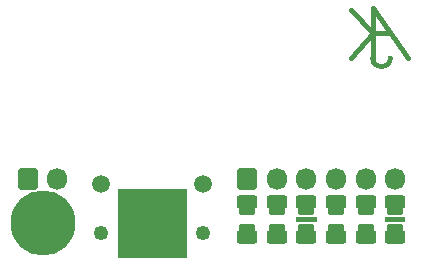
<source format=gbr>
%TF.GenerationSoftware,KiCad,Pcbnew,(6.0.2-0)*%
%TF.CreationDate,2022-02-19T14:45:06+00:00*%
%TF.ProjectId,GPS,4750532e-6b69-4636-9164-5f7063625858,5*%
%TF.SameCoordinates,Original*%
%TF.FileFunction,Soldermask,Bot*%
%TF.FilePolarity,Negative*%
%FSLAX46Y46*%
G04 Gerber Fmt 4.6, Leading zero omitted, Abs format (unit mm)*
G04 Created by KiCad (PCBNEW (6.0.2-0)) date 2022-02-19 14:45:06*
%MOMM*%
%LPD*%
G01*
G04 APERTURE LIST*
G04 Aperture macros list*
%AMRoundRect*
0 Rectangle with rounded corners*
0 $1 Rounding radius*
0 $2 $3 $4 $5 $6 $7 $8 $9 X,Y pos of 4 corners*
0 Add a 4 corners polygon primitive as box body*
4,1,4,$2,$3,$4,$5,$6,$7,$8,$9,$2,$3,0*
0 Add four circle primitives for the rounded corners*
1,1,$1+$1,$2,$3*
1,1,$1+$1,$4,$5*
1,1,$1+$1,$6,$7*
1,1,$1+$1,$8,$9*
0 Add four rect primitives between the rounded corners*
20,1,$1+$1,$2,$3,$4,$5,0*
20,1,$1+$1,$4,$5,$6,$7,0*
20,1,$1+$1,$6,$7,$8,$9,0*
20,1,$1+$1,$8,$9,$2,$3,0*%
G04 Aperture macros list end*
%ADD10C,0.450000*%
%ADD11C,1.500000*%
%ADD12C,1.250000*%
%ADD13RoundRect,0.250000X-0.600000X-0.675000X0.600000X-0.675000X0.600000X0.675000X-0.600000X0.675000X0*%
%ADD14O,1.700000X1.850000*%
%ADD15C,5.500000*%
%ADD16RoundRect,0.247500X-0.627500X0.315000X-0.627500X-0.315000X0.627500X-0.315000X0.627500X0.315000X0*%
%ADD17RoundRect,0.256250X-0.443750X0.256250X-0.443750X-0.256250X0.443750X-0.256250X0.443750X0.256250X0*%
%ADD18RoundRect,0.247500X0.627500X-0.315000X0.627500X0.315000X-0.627500X0.315000X-0.627500X-0.315000X0*%
%ADD19RoundRect,0.256250X0.443750X-0.256250X0.443750X0.256250X-0.443750X0.256250X-0.443750X-0.256250X0*%
G04 APERTURE END LIST*
%TO.C,U5*%
G36*
X99950000Y-142300000D02*
G01*
X94150000Y-142300000D01*
X94150000Y-136500000D01*
X99950000Y-136500000D01*
X99950000Y-142300000D01*
G37*
%TO.C,JP2*%
G36*
X110950000Y-139250000D02*
G01*
X109250000Y-139250000D01*
X109250000Y-138850000D01*
X110950000Y-138850000D01*
X110950000Y-139250000D01*
G37*
D10*
%TO.C,Logo2*%
X115700000Y-121200000D02*
X118700000Y-125400000D01*
X115700000Y-123300000D02*
X113900000Y-125400000D01*
X115700000Y-121200000D02*
X115700000Y-125400000D01*
X113900000Y-121300000D02*
X115700000Y-123300000D01*
X115700000Y-123300000D02*
X117200000Y-123300000D01*
X115700000Y-125400000D02*
G75*
G03*
X117200000Y-125400000I750000J0D01*
G01*
%TO.C,JP1*%
G36*
X118450000Y-139250000D02*
G01*
X116750000Y-139250000D01*
X116750000Y-138850000D01*
X118450000Y-138850000D01*
X118450000Y-139250000D01*
G37*
%TD*%
D11*
%TO.C,J3*%
X101370000Y-136020000D03*
D12*
X101370000Y-140190000D03*
D11*
X92730000Y-136020000D03*
D12*
X92730000Y-140190000D03*
%TD*%
D13*
%TO.C,J2*%
X105100000Y-135650000D03*
D14*
X107600000Y-135650000D03*
X110100000Y-135650000D03*
X112600000Y-135650000D03*
X115100000Y-135650000D03*
X117600000Y-135650000D03*
%TD*%
D13*
%TO.C,J1*%
X86500000Y-135650000D03*
D14*
X89000000Y-135650000D03*
%TD*%
D15*
%TO.C,Logo1*%
X87750000Y-139400000D03*
%TD*%
D16*
%TO.C,JP2*%
X110100000Y-137587500D03*
D17*
X110100000Y-138137500D03*
X110100000Y-139962500D03*
D16*
X110100000Y-140512500D03*
%TD*%
D18*
%TO.C,JP6*%
X105100000Y-140512500D03*
D19*
X105100000Y-139962500D03*
D18*
X105100000Y-137587500D03*
D19*
X105100000Y-138137500D03*
%TD*%
D18*
%TO.C,JP3*%
X107600000Y-140512500D03*
D19*
X107600000Y-139962500D03*
X107600000Y-138137500D03*
D18*
X107600000Y-137587500D03*
%TD*%
D19*
%TO.C,JP5*%
X112600000Y-139962500D03*
D18*
X112600000Y-140512500D03*
X112600000Y-137587500D03*
D19*
X112600000Y-138137500D03*
%TD*%
%TO.C,JP4*%
X115100000Y-139962500D03*
D18*
X115100000Y-140512500D03*
D19*
X115100000Y-138137500D03*
D18*
X115100000Y-137587500D03*
%TD*%
D16*
%TO.C,JP1*%
X117600000Y-137587500D03*
D17*
X117600000Y-138137500D03*
D16*
X117600000Y-140512500D03*
D17*
X117600000Y-139962500D03*
%TD*%
M02*

</source>
